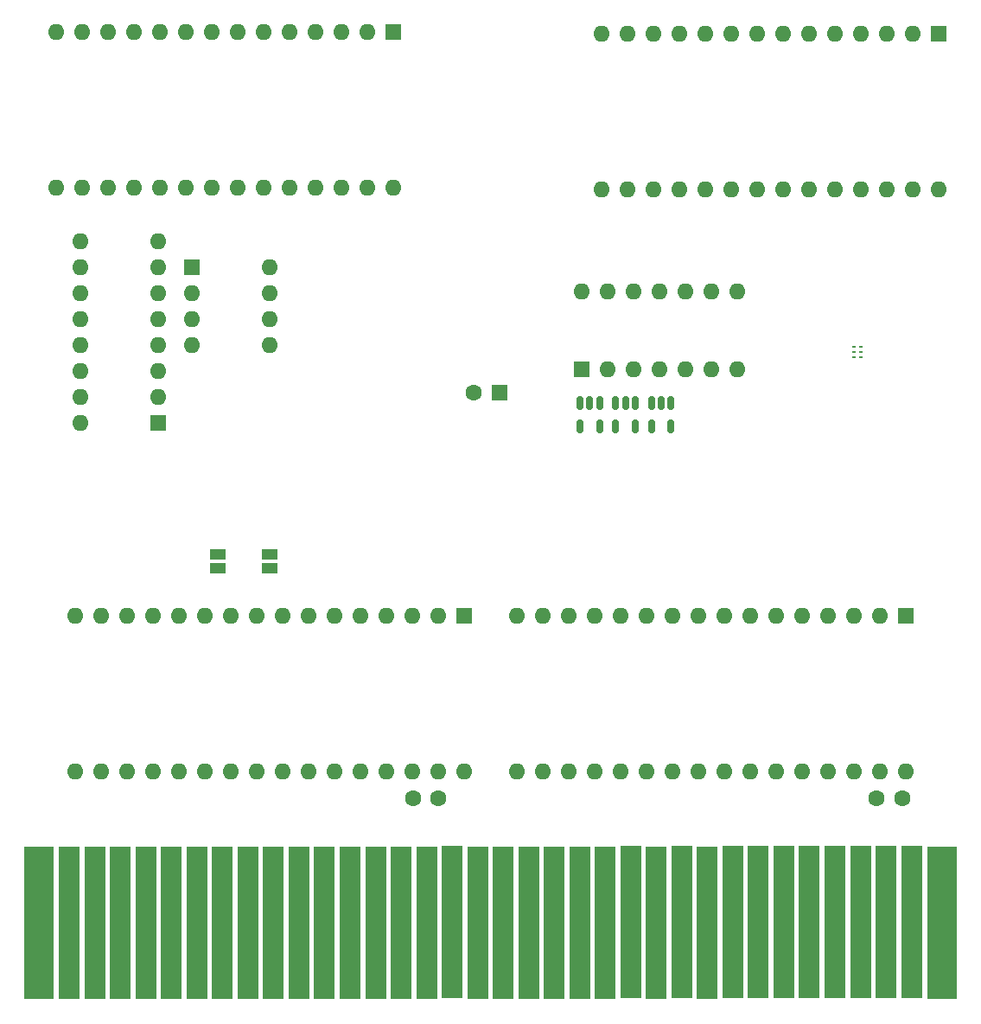
<source format=gbr>
%TF.GenerationSoftware,KiCad,Pcbnew,(7.0.0)*%
%TF.CreationDate,2023-06-26T20:36:10-07:00*%
%TF.ProjectId,AS-NES-Mapper474-SM1,41532d4e-4553-42d4-9d61-707065723437,rev?*%
%TF.SameCoordinates,Original*%
%TF.FileFunction,Soldermask,Top*%
%TF.FilePolarity,Negative*%
%FSLAX46Y46*%
G04 Gerber Fmt 4.6, Leading zero omitted, Abs format (unit mm)*
G04 Created by KiCad (PCBNEW (7.0.0)) date 2023-06-26 20:36:10*
%MOMM*%
%LPD*%
G01*
G04 APERTURE LIST*
G04 Aperture macros list*
%AMRoundRect*
0 Rectangle with rounded corners*
0 $1 Rounding radius*
0 $2 $3 $4 $5 $6 $7 $8 $9 X,Y pos of 4 corners*
0 Add a 4 corners polygon primitive as box body*
4,1,4,$2,$3,$4,$5,$6,$7,$8,$9,$2,$3,0*
0 Add four circle primitives for the rounded corners*
1,1,$1+$1,$2,$3*
1,1,$1+$1,$4,$5*
1,1,$1+$1,$6,$7*
1,1,$1+$1,$8,$9*
0 Add four rect primitives between the rounded corners*
20,1,$1+$1,$2,$3,$4,$5,0*
20,1,$1+$1,$4,$5,$6,$7,0*
20,1,$1+$1,$6,$7,$8,$9,0*
20,1,$1+$1,$8,$9,$2,$3,0*%
G04 Aperture macros list end*
%ADD10R,0.330000X0.270000*%
%ADD11C,1.600000*%
%ADD12R,1.600000X1.600000*%
%ADD13O,1.600000X1.600000*%
%ADD14R,3.000000X15.000000*%
%ADD15R,2.000000X15.000000*%
%ADD16R,1.500000X1.000000*%
%ADD17RoundRect,0.150000X-0.150000X0.512500X-0.150000X-0.512500X0.150000X-0.512500X0.150000X0.512500X0*%
G04 APERTURE END LIST*
D10*
%TO.C,U3*%
X138140799Y-83548599D03*
X138140799Y-84048599D03*
X138140799Y-84548599D03*
X138820799Y-84548599D03*
X138820799Y-84048599D03*
X138820799Y-83548599D03*
%TD*%
D11*
%TO.C,C2*%
X142850000Y-127770000D03*
X140350000Y-127770000D03*
%TD*%
D12*
%TO.C,U2*%
X100006699Y-109889999D03*
D13*
X97466699Y-109889999D03*
X94926699Y-109889999D03*
X92386699Y-109889999D03*
X89846699Y-109889999D03*
X87306699Y-109889999D03*
X84766699Y-109889999D03*
X82226699Y-109889999D03*
X79686699Y-109889999D03*
X77146699Y-109889999D03*
X74606699Y-109889999D03*
X72066699Y-109889999D03*
X69526699Y-109889999D03*
X66986699Y-109889999D03*
X64446699Y-109889999D03*
X61906699Y-109889999D03*
X61906699Y-125129999D03*
X64446699Y-125129999D03*
X66986699Y-125129999D03*
X69526699Y-125129999D03*
X72066699Y-125129999D03*
X74606699Y-125129999D03*
X77146699Y-125129999D03*
X79686699Y-125129999D03*
X82226699Y-125129999D03*
X84766699Y-125129999D03*
X87306699Y-125129999D03*
X89846699Y-125129999D03*
X92386699Y-125129999D03*
X94926699Y-125129999D03*
X97466699Y-125129999D03*
X100006699Y-125129999D03*
%TD*%
D14*
%TO.C,J1*%
X146786599Y-139903599D03*
D15*
X143786599Y-139878599D03*
X141286599Y-139878599D03*
X138786599Y-139878599D03*
X136286599Y-139878599D03*
X133786599Y-139878599D03*
X131286599Y-139878599D03*
X128786599Y-139878599D03*
X126286599Y-139878599D03*
X123786599Y-139903599D03*
X121286599Y-139853599D03*
X118786599Y-139903599D03*
X116286599Y-139878599D03*
X113786599Y-139903599D03*
X111286599Y-139903599D03*
X108786599Y-139928599D03*
X106286599Y-139903599D03*
X103786599Y-139928599D03*
X101286599Y-139928599D03*
X98786599Y-139878599D03*
X96286599Y-139928599D03*
X93786599Y-139928599D03*
X91286599Y-139903599D03*
X88786599Y-139903599D03*
X86286599Y-139928599D03*
X83786599Y-139928599D03*
X81286599Y-139928599D03*
X78786599Y-139953599D03*
X76286599Y-139953599D03*
X73786599Y-139928599D03*
X71286599Y-139903599D03*
X68786599Y-139903599D03*
X66286599Y-139903599D03*
X63786599Y-139903599D03*
X61286599Y-139928599D03*
D14*
X58286599Y-139928599D03*
%TD*%
D16*
%TO.C,JP2*%
X80899999Y-103889999D03*
X80899999Y-105189999D03*
%TD*%
D17*
%TO.C,U13*%
X116720000Y-89052500D03*
X115770000Y-89052500D03*
X114820000Y-89052500D03*
X114820000Y-91327500D03*
X116720000Y-91327500D03*
%TD*%
D12*
%TO.C,U5*%
X69969999Y-90959999D03*
D13*
X69969999Y-88419999D03*
X69969999Y-85879999D03*
X69969999Y-83339999D03*
X69969999Y-80799999D03*
X69969999Y-78259999D03*
X69969999Y-75719999D03*
X69969999Y-73179999D03*
X62349999Y-73179999D03*
X62349999Y-75719999D03*
X62349999Y-78259999D03*
X62349999Y-80799999D03*
X62349999Y-83339999D03*
X62349999Y-85879999D03*
X62349999Y-88419999D03*
X62349999Y-90959999D03*
%TD*%
D12*
%TO.C,C1*%
X103405112Y-88029999D03*
D11*
X100905113Y-88030000D03*
%TD*%
D12*
%TO.C,U1*%
X143249999Y-109889999D03*
D13*
X140709999Y-109889999D03*
X138169999Y-109889999D03*
X135629999Y-109889999D03*
X133089999Y-109889999D03*
X130549999Y-109889999D03*
X128009999Y-109889999D03*
X125469999Y-109889999D03*
X122929999Y-109889999D03*
X120389999Y-109889999D03*
X117849999Y-109889999D03*
X115309999Y-109889999D03*
X112769999Y-109889999D03*
X110229999Y-109889999D03*
X107689999Y-109889999D03*
X105149999Y-109889999D03*
X105149999Y-125129999D03*
X107689999Y-125129999D03*
X110229999Y-125129999D03*
X112769999Y-125129999D03*
X115309999Y-125129999D03*
X117849999Y-125129999D03*
X120389999Y-125129999D03*
X122929999Y-125129999D03*
X125469999Y-125129999D03*
X128009999Y-125129999D03*
X130549999Y-125129999D03*
X133089999Y-125129999D03*
X135629999Y-125129999D03*
X138169999Y-125129999D03*
X140709999Y-125129999D03*
X143249999Y-125129999D03*
%TD*%
D11*
%TO.C,C3*%
X97440000Y-127720000D03*
X94940000Y-127720000D03*
%TD*%
D17*
%TO.C,U15*%
X120210000Y-89052500D03*
X119260000Y-89052500D03*
X118310000Y-89052500D03*
X118310000Y-91327500D03*
X120210000Y-91327500D03*
%TD*%
D12*
%TO.C,U10*%
X146459999Y-52884999D03*
D13*
X143919999Y-52884999D03*
X141379999Y-52884999D03*
X138839999Y-52884999D03*
X136299999Y-52884999D03*
X133759999Y-52884999D03*
X131219999Y-52884999D03*
X128679999Y-52884999D03*
X126139999Y-52884999D03*
X123599999Y-52884999D03*
X121059999Y-52884999D03*
X118519999Y-52884999D03*
X115979999Y-52884999D03*
X113439999Y-52884999D03*
X113439999Y-68124999D03*
X115979999Y-68124999D03*
X118519999Y-68124999D03*
X121059999Y-68124999D03*
X123599999Y-68124999D03*
X126139999Y-68124999D03*
X128679999Y-68124999D03*
X131219999Y-68124999D03*
X133759999Y-68124999D03*
X136299999Y-68124999D03*
X138839999Y-68124999D03*
X141379999Y-68124999D03*
X143919999Y-68124999D03*
X146459999Y-68124999D03*
%TD*%
D17*
%TO.C,U14*%
X113220000Y-89052500D03*
X112270000Y-89052500D03*
X111320000Y-89052500D03*
X111320000Y-91327500D03*
X113220000Y-91327500D03*
%TD*%
D12*
%TO.C,U6*%
X73259999Y-75719999D03*
D13*
X73259999Y-78259999D03*
X73259999Y-80799999D03*
X73259999Y-83339999D03*
X80879999Y-83339999D03*
X80879999Y-80799999D03*
X80879999Y-78259999D03*
X80879999Y-75719999D03*
%TD*%
D16*
%TO.C,JP1*%
X75849999Y-103889999D03*
X75849999Y-105189999D03*
%TD*%
D12*
%TO.C,U9*%
X93039999Y-52754999D03*
D13*
X90499999Y-52754999D03*
X87959999Y-52754999D03*
X85419999Y-52754999D03*
X82879999Y-52754999D03*
X80339999Y-52754999D03*
X77799999Y-52754999D03*
X75259999Y-52754999D03*
X72719999Y-52754999D03*
X70179999Y-52754999D03*
X67639999Y-52754999D03*
X65099999Y-52754999D03*
X62559999Y-52754999D03*
X60019999Y-52754999D03*
X60019999Y-67994999D03*
X62559999Y-67994999D03*
X65099999Y-67994999D03*
X67639999Y-67994999D03*
X70179999Y-67994999D03*
X72719999Y-67994999D03*
X75259999Y-67994999D03*
X77799999Y-67994999D03*
X80339999Y-67994999D03*
X82879999Y-67994999D03*
X85419999Y-67994999D03*
X87959999Y-67994999D03*
X90499999Y-67994999D03*
X93039999Y-67994999D03*
%TD*%
D12*
%TO.C,U11*%
X111474999Y-85779999D03*
D13*
X114014999Y-85779999D03*
X116554999Y-85779999D03*
X119094999Y-85779999D03*
X121634999Y-85779999D03*
X124174999Y-85779999D03*
X126714999Y-85779999D03*
X126714999Y-78159999D03*
X124174999Y-78159999D03*
X121634999Y-78159999D03*
X119094999Y-78159999D03*
X116554999Y-78159999D03*
X114014999Y-78159999D03*
X111474999Y-78159999D03*
%TD*%
M02*

</source>
